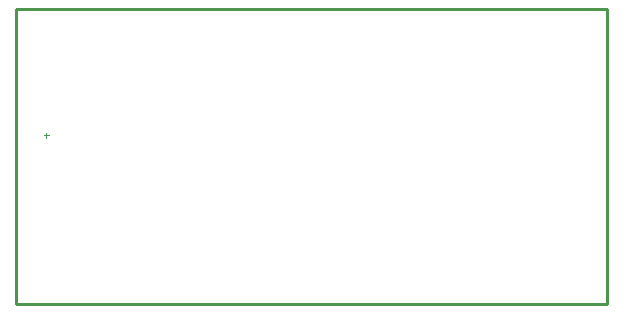
<source format=gm1>
G04*
G04 #@! TF.GenerationSoftware,Altium Limited,Altium Designer,22.3.1 (43)*
G04*
G04 Layer_Color=16711935*
%FSLAX25Y25*%
%MOIN*%
G70*
G04*
G04 #@! TF.SameCoordinates,E78762D2-B51B-4B12-9D3C-234BF7CF4557*
G04*
G04*
G04 #@! TF.FilePolarity,Positive*
G04*
G01*
G75*
%ADD10C,0.01000*%
%ADD39C,0.00394*%
D10*
X0Y0D02*
Y98425D01*
X196850D01*
Y0D02*
Y98425D01*
X0Y0D02*
X196850D01*
D39*
X9213Y56181D02*
X10787D01*
X10000Y55394D02*
Y56969D01*
M02*

</source>
